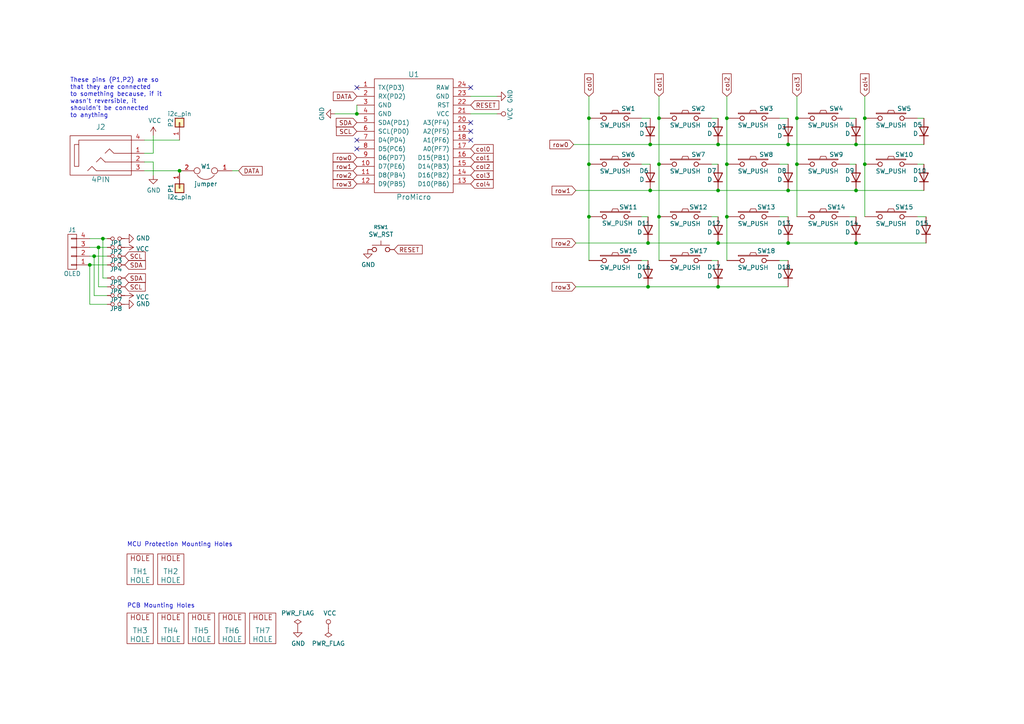
<source format=kicad_sch>
(kicad_sch (version 20211123) (generator eeschema)
  (paper "A4")
  (title_block (title "Yggdrasil") (rev "1.0.0") (company "LoyalPotato"))
  (lib_symbols
    (symbol "Device:D" (pin_numbers hide) (pin_names (offset 1.016) hide)
      (property "Reference" "D" (at 0 2.54 0))
      (property "Value" "D" (at 0 -2.54 0))
      (symbol "D_0_1"
        (polyline (pts (xy -1.27 1.27) (xy -1.27 -1.27)) (stroke (width 0.254)))
        (polyline (pts (xy 1.27 0) (xy -1.27 0)))
        (polyline (pts (xy 1.27 1.27) (xy 1.27 -1.27) (xy -1.27 0) (xy 1.27 1.27)) (stroke (width 0.254)))
      )
      (symbol "D_1_1"
        (pin passive line (at -3.81 0 0) (length 2.54) (name "K") (number "1"))
        (pin passive line (at 3.81 0 180) (length 2.54) (name "A") (number "2"))
      )
    )
    (symbol "Lily58:Device-Jumper" (pin_names (offset 0.762) hide)
      (property "Reference" "JP" (at 0 3.81 0))
      (property "Value" "Device-Jumper" (at 0 -2.032 0))
      (symbol "Device-Jumper_0_1"
        (circle (center -2.54 0) (radius 0.889))
        (arc (start 2.5146 1.27) (mid 0.0127 2.5097) (end -2.4892 1.27))
        (circle (center 2.54 0) (radius 0.889))
        (pin passive line (at -7.62 0 0) (length 4.191) (name "1") (number "1"))
        (pin passive line (at 7.62 0 180) (length 4.191) (name "2") (number "2"))
      )
    )
    (symbol "Lily58:Device-Jumper_NO_Small" (pin_numbers hide) (pin_names (offset 0.762) hide)
      (property "Reference" "JP" (at 0 2.032 0))
      (property "Value" "Device-Jumper_NO_Small" (at 0.254 -1.524 0))
      (symbol "Device-Jumper_NO_Small_0_1"
        (circle (center -1.016 0) (radius 0.508))
        (circle (center 1.016 0) (radius 0.508))
        (pin passive line (at -2.54 0 0) (length 1.016) (name "1") (number "1"))
        (pin passive line (at 2.54 0 180) (length 1.016) (name "2") (number "2"))
      )
    )
    (symbol "Lily58:Lily58-cache-GND" (power) (pin_names (offset 0))
      (property "Value" "Lily58-cache-GND" (at 0 -3.81 0))
      (symbol "Lily58-cache-GND_1_1"
        (polyline (pts (xy 0 0) (xy 0 -1.27) (xy 1.27 -1.27) (xy 0 -2.54) (xy -1.27 -1.27) (xy 0 -1.27)))
        (pin power_in line (at 0 0 0) (length 0) hide (name "GND") (number "1"))
      )
    )
    (symbol "Lily58:Lily58-cache-HOLE" (pin_names (offset 1.016))
      (property "Reference" "U" (at 0 0 0))
      (property "Value" "Lily58-cache-HOLE" (at 0 -5.08 0))
      (symbol "Lily58-cache-HOLE_0_0"
        (text "HOLE" (at 0 3.81 0) (effects (font (size 1.524 1.524))))
      )
      (symbol "Lily58-cache-HOLE_0_1"
        (rectangle (start 3.81 5.08) (end -3.81 -3.81))
      )
    )
    (symbol "Lily58:Lily58-cache-MJ-4PP-9" (pin_names (offset 1.016))
      (property "Reference" "J" (at -8.89 -7.62 0))
      (property "Value" "Lily58-cache-MJ-4PP-9" (at -3.81 6.35 0))
      (symbol "Lily58-cache-MJ-4PP-9_0_1"
        (rectangle (start -7.62 2.54) (end -8.89 -3.81))
        (polyline (pts (xy 2.54 0) (xy 7.62 0)))
        (polyline (pts (xy -2.54 -5.08) (xy 7.62 -5.08) (xy 7.62 -5.08)))
        (polyline (pts (xy 0 -2.54) (xy -1.27 -1.27) (xy -2.54 -2.54)))
        (polyline (pts (xy 0 0) (xy 1.27 1.27) (xy 2.54 0)))
        (polyline (pts (xy 7.62 3.81) (xy -7.62 3.81) (xy -7.62 2.54)))
        (polyline (pts (xy -2.54 -5.08) (xy -3.81 -3.81) (xy -5.08 -5.08) (xy -5.08 -5.08)))
        (polyline (pts (xy 0 -2.54) (xy 7.62 -2.54) (xy 7.62 -2.54) (xy 7.62 -2.54)))
        (rectangle (start 7.62 -6.35) (end -10.16 5.08))
      )
      (symbol "Lily58-cache-MJ-4PP-9_1_1"
        (pin passive line (at 11.43 0 180) (length 3.81) (name "~") (number "1"))
        (pin passive line (at 11.43 -2.54 180) (length 3.81) (name "~") (number "2"))
        (pin passive line (at 11.43 -5.08 180) (length 3.81) (name "~") (number "3"))
        (pin passive line (at 11.43 3.81 180) (length 3.81) (name "~") (number "4"))
      )
    )
    (symbol "Lily58:Lily58-cache-OLED" (pin_names (offset 1.016) hide)
      (property "Reference" "J" (at 0 6.35 0))
      (property "Value" "Lily58-cache-OLED" (at 2.54 0 90))
      (symbol "Lily58-cache-OLED_0_1"
        (rectangle (start -1.27 -3.683) (end 0.254 -3.937))
        (rectangle (start -1.27 -1.143) (end 0.254 -1.397))
        (rectangle (start -1.27 1.397) (end 0.254 1.143))
        (rectangle (start -1.27 3.937) (end 0.254 3.683))
        (rectangle (start -1.27 5.08) (end 1.27 -5.08))
      )
      (symbol "Lily58-cache-OLED_1_1"
        (pin passive line (at -5.08 3.81 0) (length 3.81) (name "P1") (number "1"))
        (pin passive line (at -5.08 1.27 0) (length 3.81) (name "P2") (number "2"))
        (pin passive line (at -5.08 -1.27 0) (length 3.81) (name "P3") (number "3"))
        (pin passive line (at -5.08 -3.81 0) (length 3.81) (name "P4") (number "4"))
      )
    )
    (symbol "Lily58:Lily58-cache-PWR_FLAG" (power) (pin_numbers hide) (pin_names (offset 0) hide)
      (property "Value" "Lily58-cache-PWR_FLAG" (at 0 3.81 0))
      (symbol "Lily58-cache-PWR_FLAG_0_0"
        (pin power_out line (at 0 0 90) (length 0) (name "pwr") (number "1"))
      )
      (symbol "Lily58-cache-PWR_FLAG_0_1"
        (polyline (pts (xy 0 0) (xy 0 1.27) (xy -1.016 1.905) (xy 0 2.54) (xy 1.016 1.905) (xy 0 1.27)))
      )
    )
    (symbol "Lily58:Lily58-cache-ProMicro_2" (pin_names (offset 1.016))
      (property "Reference" "U" (at 0 17.78 0))
      (property "Value" "Lily58-cache-ProMicro_2" (at 0 -17.78 0))
      (symbol "Lily58-cache-ProMicro_2_0_1"
        (rectangle (start -11.43 16.51) (end 11.43 -16.51))
      )
      (symbol "Lily58-cache-ProMicro_2_1_1"
        (pin input line (at -16.51 13.97 0) (length 5.08) (name "TX(PD3)") (number "1"))
        (pin input line (at -16.51 -8.89 0) (length 5.08) (name "D7(PE6)") (number "10"))
        (pin input line (at -16.51 -11.43 0) (length 5.08) (name "D8(PB4)") (number "11"))
        (pin input line (at -16.51 -13.97 0) (length 5.08) (name "D9(PB5)") (number "12"))
        (pin input line (at 16.51 -13.97 180) (length 5.08) (name "D10(PB6)") (number "13"))
        (pin input line (at 16.51 -11.43 180) (length 5.08) (name "D16(PB2)") (number "14"))
        (pin input line (at 16.51 -8.89 180) (length 5.08) (name "D14(PB3)") (number "15"))
        (pin input line (at 16.51 -6.35 180) (length 5.08) (name "D15(PB1)") (number "16"))
        (pin input line (at 16.51 -3.81 180) (length 5.08) (name "A0(PF7)") (number "17"))
        (pin input line (at 16.51 -1.27 180) (length 5.08) (name "A1(PF6)") (number "18"))
        (pin input line (at 16.51 1.27 180) (length 5.08) (name "A2(PF5)") (number "19"))
        (pin input line (at -16.51 11.43 0) (length 5.08) (name "RX(PD2)") (number "2"))
        (pin input line (at 16.51 3.81 180) (length 5.08) (name "A3(PF4)") (number "20"))
        (pin input line (at 16.51 6.35 180) (length 5.08) (name "VCC") (number "21"))
        (pin input line (at 16.51 8.89 180) (length 5.08) (name "RST") (number "22"))
        (pin input line (at 16.51 11.43 180) (length 5.08) (name "GND") (number "23"))
        (pin input line (at 16.51 13.97 180) (length 5.08) (name "RAW") (number "24"))
        (pin input line (at -16.51 8.89 0) (length 5.08) (name "GND") (number "3"))
        (pin input line (at -16.51 6.35 0) (length 5.08) (name "GND") (number "4"))
        (pin input line (at -16.51 3.81 0) (length 5.08) (name "SDA(PD1)") (number "5"))
        (pin input line (at -16.51 1.27 0) (length 5.08) (name "SCL(PD0)") (number "6"))
        (pin input line (at -16.51 -1.27 0) (length 5.08) (name "D4(PD4)") (number "7"))
        (pin input line (at -16.51 -3.81 0) (length 5.08) (name "D5(PC6)") (number "8"))
        (pin input line (at -16.51 -6.35 0) (length 5.08) (name "D6(PD7)") (number "9"))
      )
    )
    (symbol "Lily58:Lily58-cache-SW_PUSH" (pin_numbers hide) (pin_names (offset 1.016) hide)
      (property "Reference" "SW" (at 3.81 2.794 0))
      (property "Value" "Lily58-cache-SW_PUSH" (at 0 -2.032 0))
      (symbol "Lily58-cache-SW_PUSH_0_1"
        (rectangle (start -4.318 1.27) (end 4.318 1.524))
        (polyline (pts (xy -1.016 1.524) (xy -0.762 2.286) (xy 0.762 2.286) (xy 1.016 1.524)))
        (pin passive inverted (at -7.62 0 0) (length 5.08) (name "1") (number "1"))
        (pin passive inverted (at 7.62 0 180) (length 5.08) (name "2") (number "2"))
      )
    )
    (symbol "Lily58:Lily58-cache-SW_RST" (pin_numbers hide) (pin_names (offset 1.016) hide)
      (property "Reference" "RSW" (at 2.54 2.54 0))
      (property "Value" "Lily58-cache-SW_RST" (at 0 -2.54 0))
      (symbol "Lily58-cache-SW_RST_0_1"
        (polyline (pts (xy -2.54 1.27) (xy 2.54 1.27)))
        (polyline (pts (xy 0 2.54) (xy 0 1.27)))
        (pin passive inverted (at -3.81 0 0) (length 2.54) (name "1") (number "1"))
        (pin passive inverted (at 3.81 0 180) (length 2.54) (name "2") (number "2"))
      )
    )
    (symbol "Lily58:Lily58-cache-VCC" (power) (pin_names (offset 0))
      (property "Value" "Lily58-cache-VCC" (at 0 3.81 0))
      (symbol "Lily58-cache-VCC_0_1"
        (polyline (pts (xy 0 0) (xy 0 1.27)))
        (circle (center 0 1.905) (radius 0.635))
      )
      (symbol "Lily58-cache-VCC_1_1"
        (pin power_in line (at 0 0 90) (length 0) hide (name "VCC") (number "1"))
      )
    )
    (symbol "Lily58:Lily58-cache-i2c_pin" (pin_names (offset 1.016) hide)
      (property "Reference" "J" (at 0 2.54 0))
      (property "Value" "Lily58-cache-i2c_pin" (at 0 -2.54 0))
      (symbol "Lily58-cache-i2c_pin_1_1"
        (rectangle (start -1.27 0.127) (end 0 -0.127) (stroke (width 0.1524)))
        (rectangle (start -1.27 1.27) (end 1.27 -1.27) (stroke (width 0.254)) (fill (type background)))
        (pin passive line (at -5.08 0 0) (length 3.81) (name "Pin_1") (number "1"))
      )
    )
    (symbol "power:GND" (power) (pin_names (offset 0))
      (property "Value" "GND" (at 0 -3.81 0))
      (symbol "GND_0_1"
        (polyline (pts (xy 0 0) (xy 0 -1.27) (xy 1.27 -1.27) (xy 0 -2.54) (xy -1.27 -1.27) (xy 0 -1.27)))
      )
      (symbol "GND_1_1"
        (pin power_in line (at 0 0 270) (length 0) hide (name "GND") (number "1"))
      )
    )
    (symbol "power:VCC" (power) (pin_names (offset 0))
      (property "Value" "VCC" (at 0 3.81 0))
      (symbol "VCC_0_1"
        (polyline (pts (xy -0.762 1.27) (xy 0 2.54)))
        (polyline (pts (xy 0 0) (xy 0 2.54)))
        (polyline (pts (xy 0 2.54) (xy 0.762 1.27)))
      )
      (symbol "VCC_1_1"
        (pin power_in line (at 0 0 90) (length 0) hide (name "VCC") (number "1"))
      )
    )
  )
  (junction (at 26.035 76.835))
  (junction (at 187.96 83.185))
  (junction (at 170.815 47.625))
  (junction (at 248.285 70.485))
  (junction (at 231.14 34.29))
  (junction (at 208.28 41.91))
  (junction (at 28.575 71.755))
  (junction (at 250.825 47.625))
  (junction (at 210.82 34.29))
  (junction (at 210.82 47.625))
  (junction (at 27.305 74.295))
  (junction (at 228.6 70.485))
  (junction (at 231.14 47.625))
  (junction (at 191.135 34.29))
  (junction (at 210.82 62.865))
  (junction (at 191.135 62.865))
  (junction (at 170.815 34.29))
  (junction (at 191.135 47.625))
  (junction (at 29.845 69.215))
  (junction (at 248.285 41.91))
  (junction (at 208.28 83.185))
  (junction (at 188.595 55.245))
  (junction (at 248.285 55.245))
  (junction (at 188.595 41.91))
  (junction (at 187.96 70.485))
  (junction (at 208.28 55.245))
  (junction (at 103.505 33.02))
  (junction (at 52.07 49.53))
  (junction (at 170.815 62.865))
  (junction (at 228.6 55.245))
  (junction (at 228.6 41.91))
  (junction (at 250.825 34.29))
  (junction (at 208.28 70.485))
  (no_connect (at 136.525 25.4))
  (no_connect (at 136.525 35.56))
  (no_connect (at 103.505 40.64))
  (no_connect (at 136.525 40.64))
  (no_connect (at 136.525 38.1))
  (no_connect (at 103.505 43.18))
  (no_connect (at 103.505 25.4))
  (wire (pts (xy 206.375 62.865) (xy 208.28 62.865)))
  (wire (pts (xy 41.91 40.64) (xy 52.07 40.64)))
  (wire (pts (xy 44.45 46.99) (xy 44.45 50.8)))
  (wire (pts (xy 208.28 55.245) (xy 228.6 55.245)))
  (wire (pts (xy 250.825 34.29) (xy 250.825 47.625)))
  (wire (pts (xy 210.82 47.625) (xy 210.82 62.865)))
  (wire (pts (xy 103.505 30.48) (xy 103.505 33.02)))
  (wire (pts (xy 208.28 83.185) (xy 228.6 83.185)))
  (wire (pts (xy 170.815 62.865) (xy 170.815 75.565)))
  (wire (pts (xy 188.595 41.91) (xy 208.28 41.91)))
  (wire (pts (xy 231.14 47.625) (xy 231.14 62.865)))
  (wire (pts (xy 246.38 34.29) (xy 248.285 34.29)))
  (wire (pts (xy 26.035 74.295) (xy 27.305 74.295)))
  (wire (pts (xy 206.375 34.29) (xy 208.28 34.29)))
  (wire (pts (xy 228.6 70.485) (xy 248.285 70.485)))
  (wire (pts (xy 210.82 62.865) (xy 210.82 75.565)))
  (wire (pts (xy 228.6 41.91) (xy 248.285 41.91)))
  (wire (pts (xy 206.375 75.565) (xy 208.28 75.565)))
  (wire (pts (xy 26.035 71.755) (xy 28.575 71.755)))
  (wire (pts (xy 166.37 41.91) (xy 188.595 41.91)))
  (wire (pts (xy 231.14 27.94) (xy 231.14 34.29)))
  (wire (pts (xy 191.135 34.29) (xy 191.135 47.625)))
  (wire (pts (xy 266.065 34.29) (xy 267.97 34.29)))
  (wire (pts (xy 167.005 83.185) (xy 187.96 83.185)))
  (wire (pts (xy 226.06 75.565) (xy 228.6 75.565)))
  (wire (pts (xy 226.06 62.865) (xy 228.6 62.865)))
  (wire (pts (xy 44.45 39.37) (xy 44.45 44.45)))
  (wire (pts (xy 231.14 34.29) (xy 231.14 47.625)))
  (wire (pts (xy 191.135 62.865) (xy 191.135 75.565)))
  (wire (pts (xy 226.06 47.625) (xy 228.6 47.625)))
  (wire (pts (xy 186.055 75.565) (xy 187.96 75.565)))
  (wire (pts (xy 26.035 76.835) (xy 26.035 88.265)))
  (wire (pts (xy 248.285 41.91) (xy 267.97 41.91)))
  (wire (pts (xy 29.845 80.645) (xy 31.115 80.645)))
  (wire (pts (xy 136.525 27.94) (xy 144.145 27.94)))
  (wire (pts (xy 210.82 27.94) (xy 210.82 34.29)))
  (wire (pts (xy 191.135 27.94) (xy 191.135 34.29)))
  (wire (pts (xy 191.135 47.625) (xy 191.135 62.865)))
  (wire (pts (xy 31.115 76.835) (xy 26.035 76.835)))
  (wire (pts (xy 246.38 62.865) (xy 248.285 62.865)))
  (wire (pts (xy 187.96 70.485) (xy 208.28 70.485)))
  (wire (pts (xy 266.065 47.625) (xy 267.97 47.625)))
  (wire (pts (xy 186.055 47.625) (xy 188.595 47.625)))
  (wire (pts (xy 248.285 55.245) (xy 267.97 55.245)))
  (wire (pts (xy 226.06 34.29) (xy 228.6 34.29)))
  (wire (pts (xy 210.82 34.29) (xy 210.82 47.625)))
  (wire (pts (xy 186.055 62.865) (xy 187.96 62.865)))
  (wire (pts (xy 246.38 47.625) (xy 248.285 47.625)))
  (wire (pts (xy 27.305 74.295) (xy 27.305 85.725)))
  (wire (pts (xy 27.305 74.295) (xy 31.115 74.295)))
  (wire (pts (xy 206.375 47.625) (xy 208.28 47.625)))
  (wire (pts (xy 29.845 69.215) (xy 31.115 69.215)))
  (wire (pts (xy 28.575 71.755) (xy 28.575 83.185)))
  (wire (pts (xy 41.91 46.99) (xy 44.45 46.99)))
  (wire (pts (xy 28.575 71.755) (xy 31.115 71.755)))
  (wire (pts (xy 67.31 49.53) (xy 69.215 49.53)))
  (wire (pts (xy 167.005 70.485) (xy 187.96 70.485)))
  (wire (pts (xy 170.815 47.625) (xy 170.815 62.865)))
  (wire (pts (xy 27.305 85.725) (xy 31.115 85.725)))
  (wire (pts (xy 26.035 69.215) (xy 29.845 69.215)))
  (wire (pts (xy 208.28 41.91) (xy 228.6 41.91)))
  (wire (pts (xy 44.45 44.45) (xy 41.91 44.45)))
  (wire (pts (xy 103.505 33.02) (xy 97.155 33.02)))
  (wire (pts (xy 136.525 33.02) (xy 144.145 33.02)))
  (wire (pts (xy 186.055 34.29) (xy 188.595 34.29)))
  (wire (pts (xy 187.96 83.185) (xy 208.28 83.185)))
  (wire (pts (xy 41.91 49.53) (xy 52.07 49.53)))
  (wire (pts (xy 26.035 88.265) (xy 31.115 88.265)))
  (wire (pts (xy 228.6 55.245) (xy 248.285 55.245)))
  (wire (pts (xy 248.285 70.485) (xy 268.605 70.485)))
  (wire (pts (xy 266.065 62.865) (xy 268.605 62.865)))
  (wire (pts (xy 170.815 27.94) (xy 170.815 34.29)))
  (wire (pts (xy 208.28 70.485) (xy 228.6 70.485)))
  (wire (pts (xy 167.005 55.245) (xy 188.595 55.245)))
  (wire (pts (xy 28.575 83.185) (xy 31.115 83.185)))
  (wire (pts (xy 250.825 27.94) (xy 250.825 34.29)))
  (wire (pts (xy 170.815 34.29) (xy 170.815 47.625)))
  (wire (pts (xy 29.845 69.215) (xy 29.845 80.645)))
  (wire (pts (xy 250.825 47.625) (xy 250.825 62.865)))
  (wire (pts (xy 188.595 55.245) (xy 208.28 55.245)))
  (text "These pins (P1,P2) are so \nthat they are connected \nto something because, if it \nwasn't reversible, it \nshouldn't be connected \nto anything" (at 20.32 34.29 0) (effects (font (size 1.27 1.27)) (justify left bottom)))
  (text "PCB Mounting Holes" (at 36.83 176.53 0) (effects (font (size 1.27 1.27)) (justify left bottom)))
  (text "MCU Protection Mounting Holes" (at 36.83 158.75 0) (effects (font (size 1.27 1.27)) (justify left bottom)))
  (global_label "SCL" (shape input) (at 36.195 74.295 0) (property "Intersheet References" "${INTERSHEET_REFS}" (effects hide)))
  (global_label "row0" (shape input) (at 103.505 45.72 180) (property "Intersheet References" "${INTERSHEET_REFS}" (effects hide)))
  (global_label "col2" (shape input) (at 136.525 48.26 0) (property "Intersheet References" "${INTERSHEET_REFS}" (effects hide)))
  (global_label "row0" (shape input) (at 166.37 41.91 180) (property "Intersheet References" "${INTERSHEET_REFS}" (effects hide)))
  (global_label "DATA" (shape input) (at 103.505 27.94 180) (property "Intersheet References" "${INTERSHEET_REFS}" (effects hide)))
  (global_label "RESET" (shape input) (at 114.3 72.39 0) (property "Intersheet References" "${INTERSHEET_REFS}" (effects hide)))
  (global_label "col4" (shape input) (at 250.825 27.94 90) (property "Intersheet References" "${INTERSHEET_REFS}" (effects hide)))
  (global_label "row1" (shape input) (at 167.005 55.245 180) (property "Intersheet References" "${INTERSHEET_REFS}" (effects hide)))
  (global_label "col4" (shape input) (at 136.525 53.34 0) (property "Intersheet References" "${INTERSHEET_REFS}" (effects hide)))
  (global_label "row2" (shape input) (at 103.505 50.8 180) (property "Intersheet References" "${INTERSHEET_REFS}" (effects hide)))
  (global_label "col2" (shape input) (at 210.82 27.94 90) (property "Intersheet References" "${INTERSHEET_REFS}" (effects hide)))
  (global_label "col0" (shape input) (at 170.815 27.94 90) (property "Intersheet References" "${INTERSHEET_REFS}" (effects hide)))
  (global_label "row1" (shape input) (at 103.505 48.26 180) (property "Intersheet References" "${INTERSHEET_REFS}" (effects hide)))
  (global_label "col3" (shape input) (at 136.525 50.8 0) (property "Intersheet References" "${INTERSHEET_REFS}" (effects hide)))
  (global_label "SDA" (shape input) (at 103.505 35.56 180) (property "Intersheet References" "${INTERSHEET_REFS}" (effects hide)))
  (global_label "row2" (shape input) (at 167.005 70.485 180) (property "Intersheet References" "${INTERSHEET_REFS}" (effects hide)))
  (global_label "SDA" (shape input) (at 36.195 80.645 0) (property "Intersheet References" "${INTERSHEET_REFS}" (effects hide)))
  (global_label "SDA" (shape input) (at 36.195 76.835 0) (property "Intersheet References" "${INTERSHEET_REFS}" (effects hide)))
  (global_label "DATA" (shape input) (at 69.215 49.53 0) (property "Intersheet References" "${INTERSHEET_REFS}" (effects hide)))
  (global_label "col1" (shape input) (at 191.135 27.94 90) (property "Intersheet References" "${INTERSHEET_REFS}" (effects hide)))
  (global_label "row3" (shape input) (at 167.005 83.185 180) (property "Intersheet References" "${INTERSHEET_REFS}" (effects hide)))
  (global_label "SCL" (shape input) (at 36.195 83.185 0) (property "Intersheet References" "${INTERSHEET_REFS}" (effects hide)))
  (global_label "RESET" (shape input) (at 136.525 30.48 0) (property "Intersheet References" "${INTERSHEET_REFS}" (effects hide)))
  (global_label "col1" (shape input) (at 136.525 45.72 0) (property "Intersheet References" "${INTERSHEET_REFS}" (effects hide)))
  (global_label "col0" (shape input) (at 136.525 43.18 0) (property "Intersheet References" "${INTERSHEET_REFS}" (effects hide)))
  (global_label "SCL" (shape input) (at 103.505 38.1 180) (property "Intersheet References" "${INTERSHEET_REFS}" (effects hide)))
  (global_label "row3" (shape input) (at 103.505 53.34 180) (property "Intersheet References" "${INTERSHEET_REFS}" (effects hide)))
  (global_label "col3" (shape input) (at 231.14 27.94 90) (property "Intersheet References" "${INTERSHEET_REFS}" (effects hide)))
  (symbol (lib_id "Lily58:Lily58-cache-SW_RST") (at 110.49 72.39 0) (unit 1)
    (property "Reference" "RSW1" (at 110.49 65.8876 0) (effects (font (size 1.016 1.016))))
    (property "Value" "SW_RST" (at 110.49 67.9958 0))
    (property "Footprint" "Lily58-footprint:TACT_SWITCH_TVBP06" (effects hide))
  )
  (symbol (lib_id "Lily58:Lily58-cache-SW_PUSH") (at 238.76 62.865 0) (unit 1)
    (property "Reference" "SW14" (at 242.57 60.071 0))
    (property "Value" "SW_PUSH" (at 238.76 64.897 0))
    (property "Footprint" "Lily58_footprint:MX_Choc_Hotswap" (effects hide))
  )
  (symbol (lib_id "Device:D") (at 228.6 38.1 90) (unit 1)
    (property "Reference" "D3" (at 225.425 36.83 90) (effects (justify right)))
    (property "Value" "D" (at 225.425 39.37 90) (effects (justify right)))
    (property "Footprint" "Lily58_footprint:Diode_TH_SOD123" (effects hide))
  )
  (symbol (lib_id "Device:D") (at 187.96 66.675 90) (unit 1)
    (property "Reference" "D11" (at 184.785 64.77 90) (effects (justify right)))
    (property "Value" "D" (at 184.785 67.31 90) (effects (justify right)))
    (property "Footprint" "Lily58_footprint:Diode_TH_SOD123" (effects hide))
  )
  (symbol (lib_id "Lily58:Device-Jumper_NO_Small") (at 33.655 76.835 0) (unit 1)
    (property "Reference" "JP4" (at 33.655 78.105 0))
    (property "Value" "Jumper_NO_Small" (effects hide))
    (property "Footprint" "Lily58-footprint:Jumper" (effects hide))
  )
  (symbol (lib_id "Device:D") (at 208.28 66.675 90) (unit 1)
    (property "Reference" "D12" (at 205.105 64.77 90) (effects (justify right)))
    (property "Value" "D" (at 205.105 67.31 90) (effects (justify right)))
    (property "Footprint" "Lily58_footprint:Diode_TH_SOD123" (effects hide))
  )
  (symbol (lib_id "Device:D") (at 188.595 51.435 90) (unit 1)
    (property "Reference" "D6" (at 185.42 49.53 90) (effects (justify right)))
    (property "Value" "D" (at 185.42 52.07 90) (effects (justify right)))
    (property "Footprint" "Lily58_footprint:Diode_TH_SOD123" (effects hide))
  )
  (symbol (lib_id "Device:D") (at 208.28 38.1 90) (unit 1)
    (property "Reference" "D2" (at 205.105 36.195 90) (effects (justify right)))
    (property "Value" "D" (at 205.105 38.735 90) (effects (justify right)))
    (property "Footprint" "Lily58_footprint:Diode_TH_SOD123" (effects hide))
  )
  (symbol (lib_id "Lily58:Lily58-cache-GND") (at 97.155 33.02 270) (unit 1)
    (property "Reference" "#PWR0105" (effects hide))
    (property "Value" "GND" (at 93.345 33.02 0))
  )
  (symbol (lib_id "Lily58:Lily58-cache-HOLE") (at 76.2 182.88 0) (unit 1)
    (property "Reference" "TH7" (at 76.2 182.88 0) (effects (font (size 1.524 1.524))))
    (property "Value" "HOLE" (at 76.2 185.42 0) (effects (font (size 1.524 1.524))))
    (property "Footprint" "Lily58-footprint:HOLE_M2_TH" (effects hide))
  )
  (symbol (lib_id "Lily58:Lily58-cache-SW_PUSH") (at 238.76 47.625 0) (unit 1)
    (property "Reference" "SW9" (at 242.57 44.831 0))
    (property "Value" "SW_PUSH" (at 238.76 49.657 0))
    (property "Footprint" "Lily58_footprint:MX_Choc_Hotswap" (effects hide))
  )
  (symbol (lib_id "Lily58:Lily58-cache-i2c_pin") (at 52.07 35.56 90) (unit 1)
    (property "Reference" "P2" (at 49.53 35.56 0))
    (property "Value" "i2c_pin" (at 52.07 33.02 90))
    (property "Footprint" "Lily58-footprint:1pin_conn" (effects hide))
  )
  (symbol (lib_id "Lily58:Lily58-cache-SW_PUSH") (at 198.755 47.625 0) (unit 1)
    (property "Reference" "SW7" (at 202.565 44.831 0))
    (property "Value" "SW_PUSH" (at 198.755 49.657 0))
    (property "Footprint" "Lily58_footprint:MX_Choc_Hotswap" (effects hide))
  )
  (symbol (lib_id "Device:D") (at 228.6 79.375 90) (unit 1)
    (property "Reference" "D18" (at 225.425 77.47 90) (effects (justify right)))
    (property "Value" "D" (at 225.425 80.01 90) (effects (justify right)))
    (property "Footprint" "Lily58_footprint:Diode_TH_SOD123" (effects hide))
  )
  (symbol (lib_id "Lily58:Device-Jumper_NO_Small") (at 33.655 74.295 0) (unit 1)
    (property "Reference" "JP3" (at 33.655 75.565 0))
    (property "Value" "Jumper_NO_Small" (effects hide))
    (property "Footprint" "Lily58-footprint:Jumper" (effects hide))
  )
  (symbol (lib_id "Lily58:Lily58-cache-i2c_pin") (at 52.07 54.61 270) (unit 1)
    (property "Reference" "P1" (at 49.53 54.61 0))
    (property "Value" "i2c_pin" (at 52.07 57.15 90))
    (property "Footprint" "Lily58-footprint:1pin_conn" (effects hide))
  )
  (symbol (lib_id "Lily58:Device-Jumper_NO_Small") (at 33.655 80.645 0) (unit 1)
    (property "Reference" "JP5" (at 33.655 81.915 0))
    (property "Value" "Jumper_NO_Small" (effects hide))
    (property "Footprint" "Lily58-footprint:Jumper" (effects hide))
  )
  (symbol (lib_id "Device:D") (at 248.285 66.675 90) (unit 1)
    (property "Reference" "D14" (at 245.11 64.77 90) (effects (justify right)))
    (property "Value" "D" (at 245.11 67.31 90) (effects (justify right)))
    (property "Footprint" "Lily58_footprint:Diode_TH_SOD123" (effects hide))
  )
  (symbol (lib_id "Device:D") (at 228.6 51.435 90) (unit 1)
    (property "Reference" "D8" (at 225.425 49.53 90) (effects (justify right)))
    (property "Value" "D" (at 225.425 52.07 90) (effects (justify right)))
    (property "Footprint" "Lily58_footprint:Diode_TH_SOD123" (effects hide))
  )
  (symbol (lib_id "Device:D") (at 267.97 38.1 90) (unit 1)
    (property "Reference" "D5" (at 264.795 36.195 90) (effects (justify right)))
    (property "Value" "D" (at 264.795 38.735 90) (effects (justify right)))
    (property "Footprint" "Lily58_footprint:Diode_TH_SOD123" (effects hide))
  )
  (symbol (lib_id "Lily58:Device-Jumper_NO_Small") (at 33.655 85.725 0) (unit 1)
    (property "Reference" "JP7" (at 33.655 86.995 0))
    (property "Value" "Jumper_NO_Small" (effects hide))
    (property "Footprint" "Lily58-footprint:Jumper" (effects hide))
  )
  (symbol (lib_id "Lily58:Lily58-cache-SW_PUSH") (at 258.445 62.865 0) (unit 1)
    (property "Reference" "SW15" (at 262.255 60.071 0))
    (property "Value" "SW_PUSH" (at 258.445 64.897 0))
    (property "Footprint" "Lily58_footprint:MX_Choc_Hotswap" (effects hide))
  )
  (symbol (lib_id "power:VCC") (at 36.195 85.725 270) (unit 1)
    (property "Reference" "#PWR0108" (effects hide))
    (property "Value" "VCC" (at 39.4462 86.1568 90) (effects (justify left)))
  )
  (symbol (lib_id "Device:D") (at 267.97 51.435 90) (unit 1)
    (property "Reference" "D10" (at 264.795 49.53 90) (effects (justify right)))
    (property "Value" "D" (at 264.795 52.07 90) (effects (justify right)))
    (property "Footprint" "Lily58_footprint:Diode_TH_SOD123" (effects hide))
  )
  (symbol (lib_id "Lily58:Lily58-cache-HOLE") (at 40.64 165.735 0) (unit 1)
    (property "Reference" "TH1" (at 40.64 165.735 0) (effects (font (size 1.524 1.524))))
    (property "Value" "HOLE" (at 40.64 168.275 0) (effects (font (size 1.524 1.524))))
    (property "Footprint" "Lily58-footprint:M2_HOLE_PCB" (effects hide))
  )
  (symbol (lib_id "power:VCC") (at 36.195 71.755 270) (unit 1)
    (property "Reference" "#PWR0112" (effects hide))
    (property "Value" "VCC" (at 39.4462 72.1868 90) (effects (justify left)))
  )
  (symbol (lib_id "Lily58:Lily58-cache-SW_PUSH") (at 258.445 34.29 0) (unit 1)
    (property "Reference" "SW5" (at 262.255 31.496 0))
    (property "Value" "SW_PUSH" (at 258.445 36.322 0))
    (property "Footprint" "Lily58_footprint:MX_Choc_Hotswap" (effects hide))
  )
  (symbol (lib_id "Lily58:Lily58-cache-SW_PUSH") (at 218.44 75.565 0) (unit 1)
    (property "Reference" "SW18" (at 222.25 72.771 0))
    (property "Value" "SW_PUSH" (at 218.44 77.597 0))
    (property "Footprint" "Lily58_footprint:MX_Choc_Hotswap" (effects hide))
  )
  (symbol (lib_id "Lily58:Device-Jumper_NO_Small") (at 33.655 83.185 0) (unit 1)
    (property "Reference" "JP6" (at 33.655 84.455 0))
    (property "Value" "Jumper_NO_Small" (effects hide))
    (property "Footprint" "Lily58-footprint:Jumper" (effects hide))
  )
  (symbol (lib_id "Device:D") (at 268.605 66.675 90) (unit 1)
    (property "Reference" "D15" (at 265.43 64.77 90) (effects (justify right)))
    (property "Value" "D" (at 265.43 67.31 90) (effects (justify right)))
    (property "Footprint" "Lily58_footprint:Diode_TH_SOD123" (effects hide))
  )
  (symbol (lib_id "Lily58:Lily58-cache-SW_PUSH") (at 198.755 75.565 0) (unit 1)
    (property "Reference" "SW17" (at 202.565 72.771 0))
    (property "Value" "SW_PUSH" (at 198.755 77.597 0))
    (property "Footprint" "Lily58_footprint:MX_Choc_Hotswap" (effects hide))
  )
  (symbol (lib_id "Lily58:Device-Jumper") (at 59.69 49.53 180) (unit 1)
    (property "Reference" "W1" (at 59.69 48.26 0))
    (property "Value" "jumper" (at 59.69 53.34 0))
    (property "Footprint" "Lily58-footprint:jumper_data" (effects hide))
  )
  (symbol (lib_id "Lily58:Lily58-cache-SW_PUSH") (at 178.435 47.625 0) (unit 1)
    (property "Reference" "SW6" (at 182.245 44.831 0))
    (property "Value" "SW_PUSH" (at 178.435 49.657 0))
    (property "Footprint" "Lily58_footprint:MX_Choc_Hotswap" (effects hide))
  )
  (symbol (lib_id "Lily58:Device-Jumper_NO_Small") (at 33.655 71.755 0) (unit 1)
    (property "Reference" "JP2" (at 33.655 73.025 0))
    (property "Value" "Jumper_NO_Small" (effects hide))
    (property "Footprint" "Lily58-footprint:Jumper" (effects hide))
  )
  (symbol (lib_id "Lily58:Lily58-cache-HOLE") (at 58.42 182.88 0) (unit 1)
    (property "Reference" "TH5" (at 58.42 182.88 0) (effects (font (size 1.524 1.524))))
    (property "Value" "HOLE" (at 58.42 185.42 0) (effects (font (size 1.524 1.524))))
    (property "Footprint" "Lily58-footprint:HOLE_M2_TH" (effects hide))
  )
  (symbol (lib_id "power:GND") (at 36.195 69.215 90) (unit 1)
    (property "Reference" "#PWR0111" (effects hide))
    (property "Value" "GND" (at 39.4462 69.088 90) (effects (justify right)))
  )
  (symbol (lib_id "Lily58:Lily58-cache-GND") (at 144.145 27.94 90) (unit 1)
    (property "Reference" "#PWR0101" (effects hide))
    (property "Value" "GND" (at 147.955 27.94 0))
  )
  (symbol (lib_id "Device:D") (at 208.28 79.375 90) (unit 1)
    (property "Reference" "D17" (at 205.105 77.47 90) (effects (justify right)))
    (property "Value" "D" (at 205.105 80.01 90) (effects (justify right)))
    (property "Footprint" "Lily58_footprint:Diode_TH_SOD123" (effects hide))
  )
  (symbol (lib_id "Lily58:Lily58-cache-SW_PUSH") (at 218.44 62.865 0) (unit 1)
    (property "Reference" "SW13" (at 222.25 60.071 0))
    (property "Value" "SW_PUSH" (at 218.44 64.897 0))
    (property "Footprint" "Lily58_footprint:MX_Choc_Hotswap" (effects hide))
  )
  (symbol (lib_id "Lily58:Lily58-cache-MJ-4PP-9") (at 30.48 44.45 0) (unit 1)
    (property "Reference" "J2" (at 29.21 36.83 0) (effects (font (size 1.524 1.524))))
    (property "Value" "4PIN" (at 29.21 52.07 0) (effects (font (size 1.524 1.524))))
    (property "Footprint" "Lily58-footprint:MJ-4PP-9" (effects hide))
  )
  (symbol (lib_id "power:VCC") (at 44.45 39.37 0) (unit 1)
    (property "Reference" "#PWR0103" (effects hide))
    (property "Value" "VCC" (at 44.8818 34.9758 0))
  )
  (symbol (lib_id "Lily58:Lily58-cache-SW_PUSH") (at 178.435 75.565 0) (unit 1)
    (property "Reference" "SW16" (at 182.245 72.771 0))
    (property "Value" "SW_PUSH" (at 178.435 77.597 0))
    (property "Footprint" "Lily58_footprint:MX_Choc_Hotswap" (effects hide))
  )
  (symbol (lib_id "Device:D") (at 208.28 51.435 90) (unit 1)
    (property "Reference" "D7" (at 205.105 49.53 90) (effects (justify right)))
    (property "Value" "D" (at 205.105 52.07 90) (effects (justify right)))
    (property "Footprint" "Lily58_footprint:Diode_TH_SOD123" (effects hide))
  )
  (symbol (lib_id "Lily58:Lily58-cache-VCC") (at 144.145 33.02 270) (unit 1)
    (property "Reference" "#PWR0102" (effects hide))
    (property "Value" "VCC" (at 147.955 33.02 0))
  )
  (symbol (lib_id "Lily58:Lily58-cache-SW_PUSH") (at 218.44 34.29 0) (unit 1)
    (property "Reference" "SW3" (at 222.25 31.496 0))
    (property "Value" "SW_PUSH" (at 218.44 36.322 0))
    (property "Footprint" "Lily58_footprint:MX_Choc_Hotswap" (effects hide))
  )
  (symbol (lib_id "Lily58:Lily58-cache-SW_PUSH") (at 198.755 34.29 0) (unit 1)
    (property "Reference" "SW2" (at 202.565 31.496 0))
    (property "Value" "SW_PUSH" (at 198.755 36.322 0))
    (property "Footprint" "Lily58_footprint:MX_Choc_Hotswap" (effects hide))
  )
  (symbol (lib_id "Device:D") (at 248.285 38.1 90) (unit 1)
    (property "Reference" "D4" (at 245.11 36.195 90) (effects (justify right)))
    (property "Value" "D" (at 245.11 38.735 90) (effects (justify right)))
    (property "Footprint" "Lily58_footprint:Diode_TH_SOD123" (effects hide))
  )
  (symbol (lib_id "Lily58:Lily58-cache-SW_PUSH") (at 218.44 47.625 0) (unit 1)
    (property "Reference" "SW8" (at 222.25 44.831 0))
    (property "Value" "SW_PUSH" (at 218.44 49.657 0))
    (property "Footprint" "Lily58_footprint:MX_Choc_Hotswap" (effects hide))
  )
  (symbol (lib_id "Lily58:Lily58-cache-VCC") (at 95.25 182.245 0) (unit 1)
    (property "Reference" "#PWR0110" (effects hide))
    (property "Value" "Lily58-cache-VCC" (at 95.6818 177.8508 0))
  )
  (symbol (lib_id "Device:D") (at 188.595 38.1 90) (unit 1)
    (property "Reference" "D1" (at 185.42 36.195 90) (effects (justify right)))
    (property "Value" "D" (at 185.42 38.735 90) (effects (justify right)))
    (property "Footprint" "Lily58_footprint:Diode_TH_SOD123" (effects hide))
  )
  (symbol (lib_id "Lily58:Lily58-cache-SW_PUSH") (at 258.445 47.625 0) (unit 1)
    (property "Reference" "SW10" (at 262.255 44.831 0))
    (property "Value" "SW_PUSH" (at 258.445 49.657 0))
    (property "Footprint" "Lily58_footprint:MX_Choc_Hotswap" (effects hide))
  )
  (symbol (lib_id "Device:D") (at 187.96 79.375 90) (unit 1)
    (property "Reference" "D16" (at 184.785 77.47 90) (effects (justify right)))
    (property "Value" "D" (at 184.785 80.01 90) (effects (justify right)))
    (property "Footprint" "Lily58_footprint:Diode_TH_SOD123" (effects hide))
  )
  (symbol (lib_id "Lily58:Lily58-cache-SW_PUSH") (at 198.755 62.865 0) (unit 1)
    (property "Reference" "SW12" (at 202.565 60.071 0))
    (property "Value" "SW_PUSH" (at 198.755 64.897 0))
    (property "Footprint" "Lily58_footprint:MX_Choc_Hotswap" (effects hide))
  )
  (symbol (lib_id "Lily58:Lily58-cache-HOLE") (at 40.64 182.88 0) (unit 1)
    (property "Reference" "TH3" (at 40.64 182.88 0) (effects (font (size 1.524 1.524))))
    (property "Value" "HOLE" (at 40.64 185.42 0) (effects (font (size 1.524 1.524))))
    (property "Footprint" "Lily58-footprint:HOLE_M2_TH" (effects hide))
  )
  (symbol (lib_id "Lily58:Device-Jumper_NO_Small") (at 33.655 88.265 0) (unit 1)
    (property "Reference" "JP8" (at 33.655 89.535 0))
    (property "Value" "Jumper_NO_Small" (effects hide))
    (property "Footprint" "Lily58-footprint:Jumper" (effects hide))
  )
  (symbol (lib_id "Lily58:Lily58-cache-SW_PUSH") (at 178.435 62.865 0) (unit 1)
    (property "Reference" "SW11" (at 182.245 60.071 0))
    (property "Value" "SW_PUSH" (at 179.07 64.77 0))
    (property "Footprint" "Lily58_footprint:MX_Choc_Hotswap" (effects hide))
  )
  (symbol (lib_id "Lily58:Lily58-cache-SW_PUSH") (at 238.76 34.29 0) (unit 1)
    (property "Reference" "SW4" (at 242.57 31.496 0))
    (property "Value" "SW_PUSH" (at 238.76 36.322 0))
    (property "Footprint" "Lily58_footprint:MX_Choc_Hotswap" (effects hide))
  )
  (symbol (lib_id "Device:D") (at 248.285 51.435 90) (unit 1)
    (property "Reference" "D9" (at 245.11 49.53 90) (effects (justify right)))
    (property "Value" "D" (at 245.11 52.07 90) (effects (justify right)))
    (property "Footprint" "Lily58_footprint:Diode_TH_SOD123" (effects hide))
  )
  (symbol (lib_id "Lily58:Lily58-cache-ProMicro_2") (at 120.015 39.37 0) (unit 1)
    (property "Reference" "U1" (at 120.015 21.59 0) (effects (font (size 1.524 1.524))))
    (property "Value" "ProMicro" (at 120.015 57.15 0) (effects (font (size 1.524 1.524))))
    (property "Footprint" "Lily58-footprint:ProMicro_rev2" (effects hide))
  )
  (symbol (lib_id "Lily58:Device-Jumper_NO_Small") (at 33.655 69.215 0) (unit 1)
    (property "Reference" "JP1" (at 33.655 70.485 0))
    (property "Value" "Jumper_NO_Small" (effects hide))
    (property "Footprint" "Lily58-footprint:Jumper" (effects hide))
  )
  (symbol (lib_id "Lily58:Lily58-cache-OLED") (at 20.955 73.025 180) (unit 1)
    (property "Reference" "J1" (at 20.955 66.675 0))
    (property "Value" "OLED" (at 20.955 79.375 0))
    (property "Footprint" "Lily58-footprint:OLED_4Pin" (effects hide))
  )
  (symbol (lib_id "power:GND") (at 44.45 50.8 0) (unit 1)
    (property "Reference" "#PWR0104" (effects hide))
    (property "Value" "GND" (at 44.577 55.1942 0))
  )
  (symbol (lib_id "Lily58:Lily58-cache-HOLE") (at 67.31 182.88 0) (unit 1)
    (property "Reference" "TH6" (at 67.31 182.88 0) (effects (font (size 1.524 1.524))))
    (property "Value" "HOLE" (at 67.31 185.42 0) (effects (font (size 1.524 1.524))))
    (property "Footprint" "Lily58-footprint:HOLE_M2_TH" (effects hide))
  )
  (symbol (lib_id "Lily58:Lily58-cache-PWR_FLAG") (at 86.36 182.245 0) (unit 1)
    (property "Reference" "#FLG0101" (effects hide))
    (property "Value" "PWR_FLAG" (at 86.36 177.8254 0))
  )
  (symbol (lib_id "Lily58:Lily58-cache-PWR_FLAG") (at 95.25 182.245 180) (unit 1)
    (property "Reference" "#FLG0102" (effects hide))
    (property "Value" "PWR_FLAG" (at 95.25 186.6392 0))
  )
  (symbol (lib_id "Lily58:Lily58-cache-HOLE") (at 49.53 165.735 0) (unit 1)
    (property "Reference" "TH2" (at 49.53 165.735 0) (effects (font (size 1.524 1.524))))
    (property "Value" "HOLE" (at 49.53 168.275 0) (effects (font (size 1.524 1.524))))
    (property "Footprint" "Lily58-footprint:M2_HOLE_PCB" (effects hide))
  )
  (symbol (lib_id "power:GND") (at 36.195 88.265 90) (unit 1)
    (property "Reference" "#PWR0107" (effects hide))
    (property "Value" "GND" (at 39.4462 88.138 90) (effects (justify right)))
  )
  (symbol (lib_id "Device:D") (at 228.6 66.675 90) (unit 1)
    (property "Reference" "D13" (at 225.425 64.77 90) (effects (justify right)))
    (property "Value" "D" (at 225.425 67.31 90) (effects (justify right)))
    (property "Footprint" "Lily58_footprint:Diode_TH_SOD123" (effects hide))
  )
  (symbol (lib_id "Lily58:Lily58-cache-SW_PUSH") (at 178.435 34.29 0) (unit 1)
    (property "Reference" "SW1" (at 182.245 31.496 0))
    (property "Value" "SW_PUSH" (at 178.435 36.322 0))
    (property "Footprint" "Lily58_footprint:MX_Choc_Hotswap" (effects hide))
  )
  (symbol (lib_id "Lily58:Lily58-cache-HOLE") (at 49.53 182.88 0) (unit 1)
    (property "Reference" "TH4" (at 49.53 182.88 0) (effects (font (size 1.524 1.524))))
    (property "Value" "HOLE" (at 49.53 185.42 0) (effects (font (size 1.524 1.524))))
    (property "Footprint" "Lily58-footprint:HOLE_M2_TH" (effects hide))
  )
  (symbol (lib_id "Lily58:Lily58-cache-GND") (at 106.68 72.39 0) (unit 1)
    (property "Reference" "#PWR0106" (effects hide))
    (property "Value" "GND" (at 106.807 76.7842 0))
  )
  (symbol (lib_id "Lily58:Lily58-cache-GND") (at 86.36 182.245 0) (unit 1)
    (property "Reference" "#PWR0109" (effects hide))
    (property "Value" "GND" (at 86.487 186.6392 0))
  )
)
</source>
